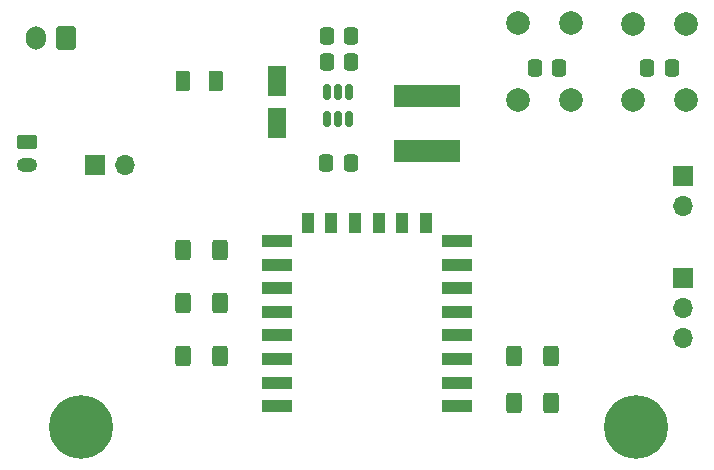
<source format=gbr>
%TF.GenerationSoftware,KiCad,Pcbnew,7.0.10*%
%TF.CreationDate,2024-04-03T10:39:24+02:00*%
%TF.ProjectId,Humi,48756d69-2e6b-4696-9361-645f70636258,rev?*%
%TF.SameCoordinates,Original*%
%TF.FileFunction,Soldermask,Top*%
%TF.FilePolarity,Negative*%
%FSLAX46Y46*%
G04 Gerber Fmt 4.6, Leading zero omitted, Abs format (unit mm)*
G04 Created by KiCad (PCBNEW 7.0.10) date 2024-04-03 10:39:24*
%MOMM*%
%LPD*%
G01*
G04 APERTURE LIST*
G04 Aperture macros list*
%AMRoundRect*
0 Rectangle with rounded corners*
0 $1 Rounding radius*
0 $2 $3 $4 $5 $6 $7 $8 $9 X,Y pos of 4 corners*
0 Add a 4 corners polygon primitive as box body*
4,1,4,$2,$3,$4,$5,$6,$7,$8,$9,$2,$3,0*
0 Add four circle primitives for the rounded corners*
1,1,$1+$1,$2,$3*
1,1,$1+$1,$4,$5*
1,1,$1+$1,$6,$7*
1,1,$1+$1,$8,$9*
0 Add four rect primitives between the rounded corners*
20,1,$1+$1,$2,$3,$4,$5,0*
20,1,$1+$1,$4,$5,$6,$7,0*
20,1,$1+$1,$6,$7,$8,$9,0*
20,1,$1+$1,$8,$9,$2,$3,0*%
G04 Aperture macros list end*
%ADD10C,5.400000*%
%ADD11RoundRect,0.250000X0.400000X0.625000X-0.400000X0.625000X-0.400000X-0.625000X0.400000X-0.625000X0*%
%ADD12RoundRect,0.250000X-0.400000X-0.625000X0.400000X-0.625000X0.400000X0.625000X-0.400000X0.625000X0*%
%ADD13RoundRect,0.250000X0.337500X0.475000X-0.337500X0.475000X-0.337500X-0.475000X0.337500X-0.475000X0*%
%ADD14RoundRect,0.250000X-0.375000X-0.625000X0.375000X-0.625000X0.375000X0.625000X-0.375000X0.625000X0*%
%ADD15RoundRect,0.250000X-0.337500X-0.475000X0.337500X-0.475000X0.337500X0.475000X-0.337500X0.475000X0*%
%ADD16RoundRect,0.250000X-0.550000X1.050000X-0.550000X-1.050000X0.550000X-1.050000X0.550000X1.050000X0*%
%ADD17R,5.588000X1.905000*%
%ADD18RoundRect,0.150000X-0.150000X0.512500X-0.150000X-0.512500X0.150000X-0.512500X0.150000X0.512500X0*%
%ADD19R,2.500000X1.000000*%
%ADD20R,1.000000X1.800000*%
%ADD21R,1.700000X1.700000*%
%ADD22O,1.700000X1.700000*%
%ADD23C,2.000000*%
%ADD24RoundRect,0.250000X-0.625000X0.350000X-0.625000X-0.350000X0.625000X-0.350000X0.625000X0.350000X0*%
%ADD25O,1.750000X1.200000*%
%ADD26RoundRect,0.250000X0.600000X0.750000X-0.600000X0.750000X-0.600000X-0.750000X0.600000X-0.750000X0*%
%ADD27O,1.700000X2.000000*%
G04 APERTURE END LIST*
D10*
%TO.C,H2*%
X124000000Y-112400000D03*
%TD*%
%TO.C,H1*%
X171000000Y-112400000D03*
%TD*%
D11*
%TO.C,R3*%
X135800000Y-101900000D03*
X132700000Y-101900000D03*
%TD*%
D12*
%TO.C,R4*%
X132700000Y-106400000D03*
X135800000Y-106400000D03*
%TD*%
D13*
%TO.C,C2*%
X146881250Y-90081250D03*
X144806250Y-90081250D03*
%TD*%
D14*
%TO.C,F2*%
X132656250Y-83106250D03*
X135456250Y-83106250D03*
%TD*%
D15*
%TO.C,C3*%
X171962500Y-82000000D03*
X174037500Y-82000000D03*
%TD*%
%TO.C,C4*%
X162462500Y-82000000D03*
X164537500Y-82000000D03*
%TD*%
D13*
%TO.C,C7*%
X146931250Y-81506250D03*
X144856250Y-81506250D03*
%TD*%
D12*
%TO.C,R6*%
X160700000Y-106400000D03*
X163800000Y-106400000D03*
%TD*%
D16*
%TO.C,C1*%
X140656250Y-83106250D03*
X140656250Y-86706250D03*
%TD*%
D17*
%TO.C,L1*%
X153306250Y-89055750D03*
X153306250Y-84356750D03*
%TD*%
D11*
%TO.C,R5*%
X135800000Y-97400000D03*
X132700000Y-97400000D03*
%TD*%
D13*
%TO.C,C8*%
X146931250Y-79306250D03*
X144856250Y-79306250D03*
%TD*%
D18*
%TO.C,U4*%
X146756250Y-84031250D03*
X145806250Y-84031250D03*
X144856250Y-84031250D03*
X144856250Y-86306250D03*
X145806250Y-86306250D03*
X146756250Y-86306250D03*
%TD*%
D11*
%TO.C,R1*%
X163800000Y-110400000D03*
X160700000Y-110400000D03*
%TD*%
D19*
%TO.C,U1*%
X155850000Y-110650000D03*
X155850000Y-108650000D03*
X155850000Y-106650000D03*
X155850000Y-104650000D03*
X155850000Y-102650000D03*
X155850000Y-100650000D03*
X155850000Y-98650000D03*
X155850000Y-96650000D03*
D20*
X153250000Y-95150000D03*
X151250000Y-95150000D03*
X149250000Y-95150000D03*
X147250000Y-95150000D03*
X145250000Y-95150000D03*
X143250000Y-95150000D03*
D19*
X140650000Y-96650000D03*
X140650000Y-98650000D03*
X140650000Y-100650000D03*
X140650000Y-102650000D03*
X140650000Y-104650000D03*
X140650000Y-106650000D03*
X140650000Y-108650000D03*
X140650000Y-110650000D03*
%TD*%
D21*
%TO.C,J1*%
X175000000Y-99825000D03*
D22*
X175000000Y-102365000D03*
X175000000Y-104905000D03*
%TD*%
D23*
%TO.C,SW_FLASH1*%
X161026750Y-78200000D03*
X161026750Y-84700000D03*
X165526750Y-78200000D03*
X165526750Y-84700000D03*
%TD*%
D24*
%TO.C,J3*%
X119500000Y-88250000D03*
D25*
X119500000Y-90250000D03*
%TD*%
D21*
%TO.C,J5*%
X125260000Y-90250000D03*
D22*
X127800000Y-90250000D03*
%TD*%
D21*
%TO.C,J2*%
X175000000Y-91125000D03*
D22*
X175000000Y-93665000D03*
%TD*%
D23*
%TO.C,SW_RST1*%
X175250000Y-84750000D03*
X175250000Y-78250000D03*
X170750000Y-84750000D03*
X170750000Y-78250000D03*
%TD*%
D26*
%TO.C,J4*%
X122750000Y-79500000D03*
D27*
X120250000Y-79500000D03*
%TD*%
M02*

</source>
